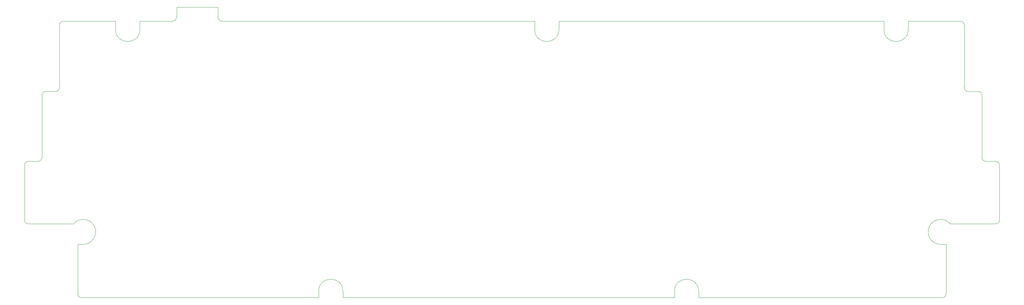
<source format=gbr>
G04 #@! TF.GenerationSoftware,KiCad,Pcbnew,5.1.9*
G04 #@! TF.CreationDate,2021-01-24T20:38:43+01:00*
G04 #@! TF.ProjectId,Shoto,53686f74-6f2e-46b6-9963-61645f706362,rev?*
G04 #@! TF.SameCoordinates,Original*
G04 #@! TF.FileFunction,Profile,NP*
%FSLAX46Y46*%
G04 Gerber Fmt 4.6, Leading zero omitted, Abs format (unit mm)*
G04 Created by KiCad (PCBNEW 5.1.9) date 2021-01-24 20:38:43*
%MOMM*%
%LPD*%
G01*
G04 APERTURE LIST*
G04 #@! TA.AperFunction,Profile*
%ADD10C,0.050000*%
G04 #@! TD*
G04 APERTURE END LIST*
D10*
X174302000Y-28918200D02*
X174302000Y-31120000D01*
X167698000Y-28918200D02*
X167698000Y-31120000D01*
X279615799Y-89592000D02*
X278115800Y-89592000D01*
X280702713Y-83985673D02*
G75*
G03*
X278115800Y-89592000I-2586913J-2206327D01*
G01*
X43390801Y-89592000D02*
X44890800Y-89592000D01*
X42298767Y-83991690D02*
G75*
G02*
X44890800Y-89592000I2592033J-2200310D01*
G01*
X29922800Y-66998000D02*
X32640800Y-66998000D01*
X33656800Y-65982000D02*
G75*
G02*
X32640800Y-66998000I-1016000J0D01*
G01*
X293106800Y-66999160D02*
X290359200Y-66999160D01*
X290359200Y-66999160D02*
G75*
G02*
X289343200Y-65983160I0J1016000D01*
G01*
X167698000Y-28918200D02*
X82764000Y-28916000D01*
X262698000Y-28918200D02*
X174302000Y-28918200D01*
X283576800Y-28918200D02*
X269302000Y-28918200D01*
X284593200Y-46992000D02*
X284592800Y-29934200D01*
X289343200Y-65983160D02*
X289343200Y-49024000D01*
X294122800Y-82988536D02*
X294122800Y-68015160D01*
X280702713Y-83985673D02*
X293122800Y-83988536D01*
X279620200Y-103077200D02*
X279615799Y-89592000D01*
X212304000Y-104081800D02*
X278604200Y-104093200D01*
X115530000Y-104081800D02*
X205700000Y-104081800D01*
X44406800Y-104093200D02*
X108926000Y-104081800D01*
X43390801Y-89592000D02*
X43390800Y-103077200D01*
X29922800Y-83988536D02*
X42298767Y-83991690D01*
X28918334Y-68014000D02*
X28906800Y-82972536D01*
X33656800Y-49024400D02*
X33656800Y-65982000D01*
X38406800Y-29932000D02*
X38406800Y-46992400D01*
X53698000Y-28916000D02*
X39422800Y-28916000D01*
X69048000Y-28916000D02*
X60302000Y-28916000D01*
X283576800Y-28918200D02*
G75*
G02*
X284592800Y-29934200I0J-1016000D01*
G01*
X285609200Y-48008000D02*
G75*
G02*
X284593200Y-46992000I0J1016000D01*
G01*
X288327200Y-48008000D02*
G75*
G02*
X289343200Y-49024000I0J-1016000D01*
G01*
X293106800Y-66999160D02*
G75*
G02*
X294122800Y-68015160I0J-1016000D01*
G01*
X294122800Y-82988536D02*
G75*
G02*
X293122800Y-83988536I-1000000J0D01*
G01*
X279620200Y-103077200D02*
G75*
G02*
X278604200Y-104093200I-1016000J0D01*
G01*
X44406800Y-104093200D02*
G75*
G02*
X43390800Y-103077200I0J1016000D01*
G01*
X29922800Y-83988536D02*
G75*
G02*
X28906800Y-82972536I0J1016000D01*
G01*
X28918334Y-68014000D02*
G75*
G02*
X29922800Y-66998000I1016066J0D01*
G01*
X37390800Y-48008400D02*
X34672800Y-48008400D01*
X33656800Y-49024400D02*
G75*
G02*
X34672800Y-48008400I1016000J0D01*
G01*
X38406800Y-46992400D02*
G75*
G02*
X37390800Y-48008400I-1016000J0D01*
G01*
X38406800Y-29932000D02*
G75*
G02*
X39422800Y-28916000I1016000J0D01*
G01*
X285609200Y-48008000D02*
X288327200Y-48008000D01*
X108926000Y-102380000D02*
X108926000Y-104081800D01*
X115530000Y-102380000D02*
X115530000Y-104081800D01*
X205700000Y-102380000D02*
X205700000Y-104081800D01*
X212304000Y-102380000D02*
X212304000Y-104081800D01*
X269302000Y-31120000D02*
X269302000Y-28918200D01*
X262698000Y-31120000D02*
X262698000Y-28918200D01*
X174302000Y-31120000D02*
G75*
G02*
X167698000Y-31120000I-3302000J0D01*
G01*
X269302000Y-31120000D02*
G75*
G02*
X262698000Y-31120000I-3302000J0D01*
G01*
X108926000Y-102380000D02*
G75*
G02*
X115530000Y-102380000I3302000J0D01*
G01*
X205700000Y-102380000D02*
G75*
G02*
X212304000Y-102380000I3302000J0D01*
G01*
X60302000Y-31120000D02*
X60302000Y-28916000D01*
X53698000Y-31120000D02*
X53698000Y-28916000D01*
X60302000Y-31120000D02*
G75*
G02*
X53698000Y-31120000I-3302000J0D01*
G01*
X81494000Y-25106000D02*
X81494000Y-27646000D01*
X70318000Y-25106000D02*
X81494000Y-25106000D01*
X70318000Y-27646000D02*
X70318000Y-25106000D01*
X82764000Y-28916000D02*
G75*
G02*
X81494000Y-27646000I0J1270000D01*
G01*
X70318000Y-27646000D02*
G75*
G02*
X69048000Y-28916000I-1270000J0D01*
G01*
M02*

</source>
